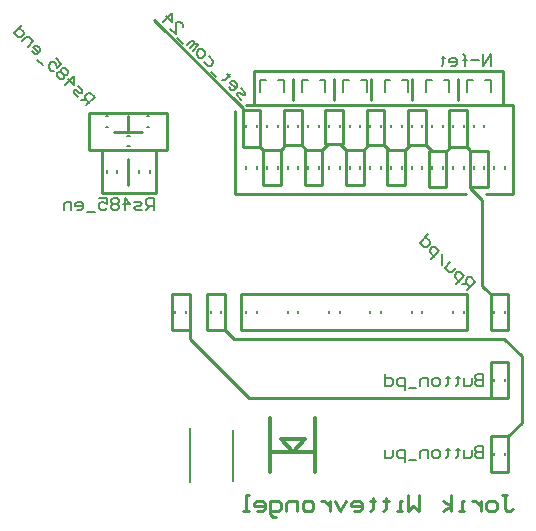
<source format=gbo>
G04*
G04 #@! TF.GenerationSoftware,Altium Limited,CircuitStudio,1.5.2 (30)*
G04*
G04 Layer_Color=13948096*
%FSLAX44Y44*%
%MOMM*%
G71*
G01*
G75*
%ADD18C,0.2540*%
%ADD31C,0.1270*%
%ADD32C,0.1800*%
%ADD48C,0.3048*%
D18*
X648000Y1115000D02*
Y1132500D01*
X613500Y1114750D02*
Y1132250D01*
X687500Y1115000D02*
Y1132500D01*
X582500Y1115000D02*
Y1132500D01*
X547500Y1115000D02*
Y1132500D01*
X730000Y830000D02*
X741250Y841250D01*
Y897500D01*
X726250Y912500D02*
X741250Y897500D01*
X497500Y912500D02*
X726250D01*
X490000Y920000D02*
X497500Y912500D01*
X460000D02*
X510000Y862500D01*
X460000Y920000D02*
X460000D01*
X460000Y912500D02*
Y920000D01*
X510000Y862500D02*
X715000D01*
X407500Y1042500D02*
Y1065000D01*
X386250Y1036250D02*
X431250D01*
X386250D02*
Y1072500D01*
X431250D01*
Y1036250D02*
Y1072500D01*
X503750Y920000D02*
X695000D01*
X503750D02*
Y950000D01*
X695000D01*
Y920000D02*
Y950000D01*
X445000Y920000D02*
X460000D01*
X445000D02*
Y950000D01*
X460000D01*
Y920000D02*
Y950000D01*
X475000Y920000D02*
X490000D01*
X475000D02*
Y950000D01*
X490000D01*
Y920000D02*
Y950000D01*
X730000Y800000D02*
Y830000D01*
X715000D02*
X730000D01*
X715000Y800000D02*
Y830000D01*
Y800000D02*
X730000D01*
Y862500D02*
Y892500D01*
X715000D02*
X730000D01*
X715000Y862500D02*
Y892500D01*
Y862500D02*
X730000D01*
X407500Y1087500D02*
Y1101250D01*
X396250Y1087500D02*
X420000D01*
X441250Y1072500D02*
Y1103750D01*
X375000D02*
X441250D01*
X375000Y1072500D02*
Y1103750D01*
Y1072500D02*
X441250D01*
X710000Y955000D02*
X715000Y950000D01*
X707500Y957500D02*
X710000Y955000D01*
X715000Y920000D02*
X730000D01*
X715000D02*
Y950000D01*
X730000D01*
Y920000D02*
Y950000D01*
X520000Y1075000D02*
Y1106250D01*
X505000D02*
X520000D01*
X505000Y1075000D02*
Y1106250D01*
Y1075000D02*
X520000D01*
X537500Y1042500D02*
Y1072500D01*
X522500D02*
X537500D01*
X522500Y1042500D02*
Y1072500D01*
Y1042500D02*
X537500D01*
X555000Y1076250D02*
Y1106250D01*
X540000D02*
X555000D01*
X540000Y1075000D02*
Y1106250D01*
Y1076250D02*
X555000D01*
X572500Y1042500D02*
Y1072500D01*
X557500D02*
X572500D01*
X557500Y1042500D02*
Y1072500D01*
Y1042500D02*
X572500D01*
X627500Y1042500D02*
X642500D01*
X627500D02*
Y1072500D01*
X642500D01*
Y1042500D02*
Y1072500D01*
X610000Y1076250D02*
X625000D01*
X610000D02*
Y1106250D01*
X625000D01*
Y1076250D02*
Y1106250D01*
X592500Y1042500D02*
X607500D01*
X592500D02*
Y1072500D01*
X607500D01*
Y1042500D02*
Y1072500D01*
X577500Y1077500D02*
X587500D01*
X575000D02*
Y1106250D01*
X590000D01*
Y1077500D02*
Y1106250D01*
X697500Y1041250D02*
X712500D01*
X697500D02*
Y1071250D01*
X712500D01*
Y1041250D02*
Y1071250D01*
X680000Y1075000D02*
X695000D01*
X680000D02*
Y1106250D01*
X695000D01*
X662500Y1041250D02*
X677500D01*
X662500D02*
Y1071250D01*
X677500D01*
Y1041250D02*
Y1071250D01*
X645000Y1076250D02*
X660000D01*
X645000D02*
Y1106250D01*
X660000D01*
Y1076250D02*
Y1106250D01*
X697500Y1040000D02*
Y1041250D01*
Y1040000D02*
X707500Y1030000D01*
Y1022500D02*
Y1030000D01*
Y957500D02*
Y1030000D01*
X697500Y1071250D02*
Y1072500D01*
X695000Y1075000D02*
X697500Y1072500D01*
X681250Y1075000D02*
X695000D01*
X677500Y1071250D02*
X681250Y1075000D01*
X665000Y1071250D02*
X677500D01*
X660000Y1076250D02*
X665000Y1071250D01*
X646250Y1076250D02*
X660000D01*
X642500Y1072500D02*
X646250Y1076250D01*
X628750Y1072500D02*
X642500D01*
X625000Y1076250D02*
X628750Y1072500D01*
X611250Y1076250D02*
X625000D01*
X607500Y1072500D02*
X611250Y1076250D01*
X592500Y1072500D02*
X607500D01*
X572500Y1072500D02*
X577500Y1077500D01*
X558750Y1072500D02*
X572500D01*
X555000Y1076250D02*
X558750Y1072500D01*
X540000Y1076250D02*
X555000D01*
X537500Y1072500D02*
X540000Y1075000D01*
X430000Y1182500D02*
X505000Y1107500D01*
X522500Y1072500D02*
Y1072500D01*
X520000Y1075000D02*
X522500Y1072500D01*
X515000Y1138750D02*
X725000D01*
X515000Y1110000D02*
Y1138750D01*
Y1110000D02*
X725000D01*
Y1138750D01*
X587500Y1077500D02*
X592500Y1072500D01*
X587500Y1077500D02*
X590000D01*
X575000D02*
X578750D01*
X695000Y1075000D02*
Y1106250D01*
X725000Y1110000D02*
X733750D01*
Y1035000D02*
Y1110000D01*
X711250Y1035000D02*
X733750D01*
X498750D02*
X693750D01*
X498750D02*
Y1105000D01*
X507500Y1110000D02*
X515000D01*
X724620Y779946D02*
X729185D01*
X726902D01*
Y768533D01*
X729185Y766250D01*
X731467D01*
X733750Y768533D01*
X717772Y766250D02*
X713207D01*
X710924Y768533D01*
Y773098D01*
X713207Y775380D01*
X717772D01*
X720054Y773098D01*
Y768533D01*
X717772Y766250D01*
X706359Y775380D02*
Y766250D01*
Y770815D01*
X704076Y773098D01*
X701794Y775380D01*
X699511D01*
X692663Y766250D02*
X688098D01*
X690381D01*
Y775380D01*
X692663D01*
X681250Y766250D02*
Y779946D01*
Y770815D02*
X674402Y775380D01*
X681250Y770815D02*
X674402Y766250D01*
X653859Y779946D02*
Y766250D01*
X649294Y770815D01*
X644729Y766250D01*
Y779946D01*
X640163Y766250D02*
X635598D01*
X637881D01*
Y775380D01*
X640163D01*
X626468Y777663D02*
Y775380D01*
X628751D01*
X624185D01*
X626468D01*
Y768533D01*
X624185Y766250D01*
X615055Y777663D02*
Y775380D01*
X617338D01*
X612772D01*
X615055D01*
Y768533D01*
X612772Y766250D01*
X599077D02*
X603642D01*
X605925Y768533D01*
Y773098D01*
X603642Y775380D01*
X599077D01*
X596794Y773098D01*
Y770815D01*
X605925D01*
X592229Y775380D02*
X587664Y766250D01*
X583099Y775380D01*
X578533D02*
Y766250D01*
Y770815D01*
X576251Y773098D01*
X573968Y775380D01*
X571686D01*
X562555Y766250D02*
X557990D01*
X555708Y768533D01*
Y773098D01*
X557990Y775380D01*
X562555D01*
X564838Y773098D01*
Y768533D01*
X562555Y766250D01*
X551142D02*
Y775380D01*
X544295D01*
X542012Y773098D01*
Y766250D01*
X532882Y761685D02*
X530599D01*
X528316Y763967D01*
Y775380D01*
X535164D01*
X537447Y773098D01*
Y768533D01*
X535164Y766250D01*
X528316D01*
X516903D02*
X521469D01*
X523751Y768533D01*
Y773098D01*
X521469Y775380D01*
X516903D01*
X514621Y773098D01*
Y770815D01*
X523751D01*
X510056Y766250D02*
X505490D01*
X507773D01*
Y779946D01*
X510056D01*
D31*
X423900Y1100750D02*
X426100D01*
X423900Y1091750D02*
X426100D01*
X388900Y1100750D02*
X391100D01*
X388900Y1091750D02*
X391100D01*
X460500Y790950D02*
Y836550D01*
X497000Y792250D02*
Y835250D01*
X448000Y933900D02*
Y936100D01*
X457000Y933900D02*
Y936100D01*
X478000Y933900D02*
Y936100D01*
X487000Y933900D02*
Y936100D01*
X727000Y933900D02*
Y936100D01*
X718000Y933900D02*
Y936100D01*
X406980Y1075490D02*
X409180D01*
X406980Y1084490D02*
X409180D01*
X398930Y1052890D02*
Y1055090D01*
X389930Y1052890D02*
Y1055090D01*
X426230Y1052990D02*
Y1055190D01*
X417230Y1052990D02*
Y1055190D01*
X648080Y1091390D02*
Y1093590D01*
X657080Y1091390D02*
Y1093590D01*
X613080Y1091390D02*
Y1093590D01*
X622080Y1091390D02*
Y1093590D01*
X578080Y1091390D02*
Y1093590D01*
X587080Y1091390D02*
Y1093590D01*
X543080Y1091390D02*
Y1093590D01*
X552080Y1091390D02*
Y1093590D01*
X508000Y1091400D02*
Y1093600D01*
X517000Y1091400D02*
Y1093600D01*
X692080Y1056390D02*
Y1058590D01*
X683080Y1056390D02*
Y1058590D01*
X657080Y1056390D02*
Y1058590D01*
X648080Y1056390D02*
Y1058590D01*
X622080Y1056390D02*
Y1058590D01*
X613080Y1056390D02*
Y1058590D01*
X587080Y1056390D02*
Y1058590D01*
X578080Y1056390D02*
Y1058590D01*
X552080Y1056390D02*
Y1058590D01*
X543080Y1056390D02*
Y1058590D01*
X517080Y1056390D02*
Y1058590D01*
X508080Y1056390D02*
Y1058590D01*
X695080Y1131240D02*
X700080D01*
X695080Y1121240D02*
Y1131240D01*
X710080D02*
X715080D01*
Y1121240D02*
Y1131240D01*
X660080D02*
X665080D01*
X660080Y1121240D02*
Y1131240D01*
X675080D02*
X680080D01*
Y1121240D02*
Y1131240D01*
X625080D02*
X630080D01*
X625080Y1121240D02*
Y1131240D01*
X640080D02*
X645080D01*
Y1121240D02*
Y1131240D01*
X590080D02*
X595080D01*
X590080Y1121240D02*
Y1131240D01*
X605080D02*
X610080D01*
Y1121240D02*
Y1131240D01*
X555080D02*
X560080D01*
X555080Y1121240D02*
Y1131240D01*
X570080D02*
X575080D01*
Y1121240D02*
Y1131240D01*
X520080D02*
X525080D01*
X520080Y1121240D02*
Y1131240D01*
X535080D02*
X540080D01*
Y1121240D02*
Y1131240D01*
X700580Y1056390D02*
Y1058590D01*
X709580Y1056390D02*
Y1058590D01*
X665580Y1056390D02*
Y1058590D01*
X674580Y1056390D02*
Y1058590D01*
X630580Y1056390D02*
Y1058590D01*
X639580Y1056390D02*
Y1058590D01*
X595580Y1056390D02*
Y1058590D01*
X604580Y1056390D02*
Y1058590D01*
X560580Y1056390D02*
Y1058590D01*
X569580Y1056390D02*
Y1058590D01*
X525580Y1056390D02*
Y1058590D01*
X534580Y1056390D02*
Y1058590D01*
X709580Y1091390D02*
Y1093590D01*
X700580Y1091390D02*
Y1093590D01*
X674580Y1091390D02*
Y1093590D01*
X665580Y1091390D02*
Y1093590D01*
X639580Y1091390D02*
Y1093590D01*
X630580Y1091390D02*
Y1093590D01*
X604580Y1091390D02*
Y1093590D01*
X595580Y1091390D02*
Y1093590D01*
X569580Y1091390D02*
Y1093590D01*
X560580Y1091390D02*
Y1093590D01*
X534580Y1091390D02*
Y1093590D01*
X525580Y1091390D02*
Y1093590D01*
X692080Y933890D02*
Y936090D01*
X683080Y933890D02*
Y936090D01*
X657080Y933890D02*
Y936090D01*
X648080Y933890D02*
Y936090D01*
X622080Y933890D02*
Y936090D01*
X613080Y933890D02*
Y936090D01*
X587080Y933890D02*
Y936090D01*
X578080Y933890D02*
Y936090D01*
X552080Y933890D02*
Y936090D01*
X543080Y933890D02*
Y936090D01*
X517080Y933890D02*
Y936090D01*
X508080Y933890D02*
Y936090D01*
X727080Y1056390D02*
Y1058590D01*
X718080Y1056390D02*
Y1058590D01*
X683000Y1091400D02*
Y1093600D01*
X692000Y1091400D02*
Y1093600D01*
X718080Y813890D02*
Y816090D01*
X727080Y813890D02*
Y816090D01*
Y876390D02*
Y878590D01*
X718080Y876390D02*
Y878590D01*
D32*
X715000Y1143750D02*
Y1153747D01*
X708335Y1143750D01*
Y1153747D01*
X705003Y1148748D02*
X698339D01*
X693340Y1143750D02*
Y1152081D01*
Y1148748D01*
X695006D01*
X691674D01*
X693340D01*
Y1152081D01*
X691674Y1153747D01*
X681677Y1143750D02*
X685010D01*
X686676Y1145416D01*
Y1148748D01*
X685010Y1150415D01*
X681677D01*
X680011Y1148748D01*
Y1147082D01*
X686676D01*
X675013Y1152081D02*
Y1150415D01*
X676679D01*
X673347D01*
X675013D01*
Y1145416D01*
X673347Y1143750D01*
X695000Y953750D02*
X702069Y960819D01*
X698534Y964353D01*
X696178D01*
X693822Y961997D01*
Y959641D01*
X697356Y956106D01*
X695000Y958463D02*
X690287D01*
X685575Y958463D02*
X692644Y965531D01*
X689109Y969066D01*
X686753D01*
X684397Y966709D01*
Y964353D01*
X687931Y960819D01*
X685575Y972600D02*
X682041Y969066D01*
X679684D01*
X676150Y972600D01*
X680862Y977313D01*
X673794Y974956D02*
Y984381D01*
X664369Y979669D02*
X671437Y986738D01*
X667903Y990272D01*
X665547D01*
X663191Y987916D01*
X663190Y985560D01*
X666725Y982025D01*
X662012Y1000875D02*
X654943Y993807D01*
X658478Y990272D01*
X660834D01*
X663190Y992628D01*
X663190Y994985D01*
X659656Y998519D01*
X430000Y1021250D02*
Y1031247D01*
X425002D01*
X423335Y1029581D01*
Y1026248D01*
X425002Y1024582D01*
X430000D01*
X426668D02*
X423335Y1021250D01*
X420003D02*
X415005D01*
X413339Y1022916D01*
X415005Y1024582D01*
X418337D01*
X420003Y1026248D01*
X418337Y1027915D01*
X413339D01*
X405008Y1021250D02*
Y1031247D01*
X410006Y1026248D01*
X403342D01*
X400010Y1029581D02*
X398344Y1031247D01*
X395011D01*
X393345Y1029581D01*
Y1027915D01*
X395011Y1026248D01*
X393345Y1024582D01*
Y1022916D01*
X395011Y1021250D01*
X398344D01*
X400010Y1022916D01*
Y1024582D01*
X398344Y1026248D01*
X400010Y1027915D01*
Y1029581D01*
X398344Y1026248D02*
X395011D01*
X383348Y1031247D02*
X390013D01*
Y1026248D01*
X386681Y1027915D01*
X385014D01*
X383348Y1026248D01*
Y1022916D01*
X385014Y1021250D01*
X388347D01*
X390013Y1022916D01*
X380016Y1019584D02*
X373352D01*
X365021Y1021250D02*
X368353D01*
X370019Y1022916D01*
Y1026248D01*
X368353Y1027915D01*
X365021D01*
X363355Y1026248D01*
Y1024582D01*
X370019D01*
X360023Y1021250D02*
Y1027915D01*
X355024D01*
X353358Y1026248D01*
Y1021250D01*
X708750Y882497D02*
Y872500D01*
X703752D01*
X702085Y874166D01*
Y875832D01*
X703752Y877498D01*
X708750D01*
X703752D01*
X702085Y879165D01*
Y880831D01*
X703752Y882497D01*
X708750D01*
X698753Y879165D02*
Y874166D01*
X697087Y872500D01*
X692089D01*
Y879165D01*
X687090Y880831D02*
Y879165D01*
X688756D01*
X685424D01*
X687090D01*
Y874166D01*
X685424Y872500D01*
X678760Y880831D02*
Y879165D01*
X680426D01*
X677094D01*
X678760D01*
Y874166D01*
X677094Y872500D01*
X670429D02*
X667097D01*
X665431Y874166D01*
Y877498D01*
X667097Y879165D01*
X670429D01*
X672095Y877498D01*
Y874166D01*
X670429Y872500D01*
X662098D02*
Y879165D01*
X657100D01*
X655434Y877498D01*
Y872500D01*
X652102Y870834D02*
X645437D01*
X642105Y869168D02*
Y879165D01*
X637106D01*
X635440Y877498D01*
Y874166D01*
X637106Y872500D01*
X642105D01*
X625443Y882497D02*
Y872500D01*
X630442D01*
X632108Y874166D01*
Y877498D01*
X630442Y879165D01*
X625443D01*
X708750Y821247D02*
Y811250D01*
X703752D01*
X702085Y812916D01*
Y814582D01*
X703752Y816248D01*
X708750D01*
X703752D01*
X702085Y817915D01*
Y819581D01*
X703752Y821247D01*
X708750D01*
X698753Y817915D02*
Y812916D01*
X697087Y811250D01*
X692089D01*
Y817915D01*
X687090Y819581D02*
Y817915D01*
X688756D01*
X685424D01*
X687090D01*
Y812916D01*
X685424Y811250D01*
X678760Y819581D02*
Y817915D01*
X680426D01*
X677094D01*
X678760D01*
Y812916D01*
X677094Y811250D01*
X670429D02*
X667097D01*
X665431Y812916D01*
Y816248D01*
X667097Y817915D01*
X670429D01*
X672095Y816248D01*
Y812916D01*
X670429Y811250D01*
X662098D02*
Y817915D01*
X657100D01*
X655434Y816248D01*
Y811250D01*
X652102Y809584D02*
X645437D01*
X642105Y807918D02*
Y817915D01*
X637106D01*
X635440Y816248D01*
Y812916D01*
X637106Y811250D01*
X642105D01*
X632108Y817915D02*
Y812916D01*
X630442Y811250D01*
X625443D01*
Y817915D01*
X372500Y1110000D02*
X379569Y1117069D01*
X376034Y1120603D01*
X373678D01*
X371322Y1118247D01*
Y1115891D01*
X374856Y1112356D01*
X372500Y1114713D02*
X367788D01*
X365431Y1117069D02*
X361897Y1120603D01*
Y1122959D01*
X364253D01*
X366609Y1120603D01*
X368966D01*
X368966Y1122959D01*
X365431Y1126494D01*
X354828Y1127672D02*
X361897Y1134741D01*
Y1127672D01*
X357184Y1132384D01*
X357184Y1137097D02*
Y1139453D01*
X354828Y1141810D01*
X352472Y1141809D01*
X351294Y1140631D01*
Y1138275D01*
X348937D01*
X347759Y1137097D01*
X347759Y1134741D01*
X350116Y1132384D01*
X352472D01*
X353650Y1133563D01*
Y1135919D01*
X356006D01*
X357184Y1137097D01*
X353650Y1135919D02*
X351294Y1138275D01*
X346581Y1150057D02*
X351294Y1145344D01*
X347759Y1141810D01*
X346581Y1145344D01*
X345403Y1146522D01*
X343047D01*
X340690Y1144166D01*
X340690Y1141810D01*
X343047Y1139453D01*
X345403D01*
X335978Y1144166D02*
X331265Y1148878D01*
X326553Y1155947D02*
X328909Y1153591D01*
X331265D01*
X333622Y1155947D01*
Y1158303D01*
X331265Y1160660D01*
X328909D01*
X327731Y1159482D01*
X332444Y1154769D01*
X323018Y1159482D02*
X327731Y1164194D01*
X324197Y1167728D01*
X321840D01*
X318306Y1164194D01*
Y1178332D02*
X311237Y1171263D01*
X314771Y1167728D01*
X317128D01*
X319484Y1170085D01*
X319484Y1172441D01*
X315950Y1175975D01*
X503750Y1115000D02*
X500216Y1118534D01*
Y1120891D01*
X502572D01*
X504928Y1118534D01*
X507284D01*
Y1120891D01*
X503750Y1124425D01*
X493147Y1125603D02*
X495503Y1123247D01*
X497859D01*
X500216Y1125603D01*
X500216Y1127959D01*
X497859Y1130316D01*
X495503D01*
X494325Y1129138D01*
X499038Y1124425D01*
X494325Y1136206D02*
X493147Y1135028D01*
X494325Y1133850D01*
X491969Y1136206D01*
X493147Y1135028D01*
X489612Y1131494D01*
X487256D01*
X482544Y1133850D02*
X477831Y1138563D01*
X476653Y1151522D02*
X480187Y1147988D01*
Y1145631D01*
X477831Y1143275D01*
X475475D01*
X471940Y1146809D01*
X468406Y1150344D02*
X466050Y1152700D01*
Y1155057D01*
X468406Y1157413D01*
X470762D01*
X473119Y1155057D01*
X473119Y1152700D01*
X470762Y1150344D01*
X468406D01*
X462515Y1156235D02*
X467228Y1160947D01*
X466050Y1162125D01*
X463694D01*
X460159Y1158591D01*
X463694Y1162125D01*
X463694Y1164482D01*
X461337D01*
X457803Y1160947D01*
X454268Y1162125D02*
X449556Y1166838D01*
X443665Y1175085D02*
X448378Y1170372D01*
Y1179797D01*
X449556Y1180975D01*
X451912Y1180975D01*
X454268Y1178619D01*
Y1176263D01*
X437775Y1180975D02*
X444843Y1188044D01*
Y1180975D01*
X440131Y1185688D01*
D48*
X566550Y799894D02*
Y845106D01*
X528450Y799894D02*
Y845106D01*
X547285Y816459D02*
X557500Y827980D01*
X537500D02*
X547285Y816459D01*
X537500Y827980D02*
X557500D01*
X528460Y816410D02*
X566557Y816406D01*
M02*

</source>
